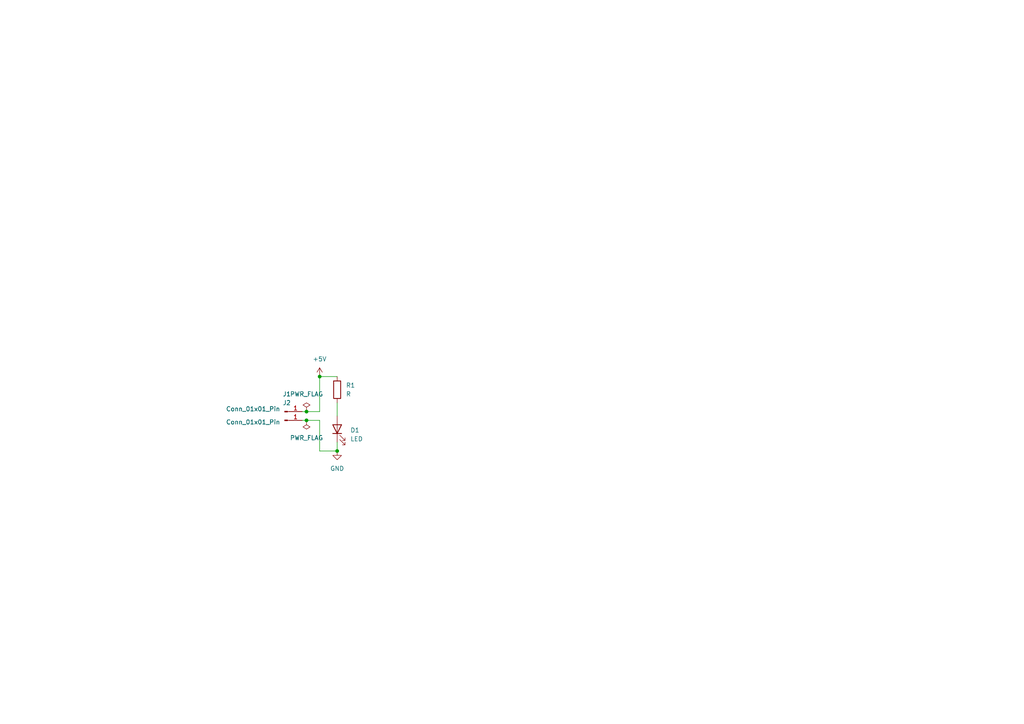
<source format=kicad_sch>
(kicad_sch (version 20250114) (generator "eeschema") (generator_version "9.0")
  (paper "A4")
  (lib_symbols
    (symbol "Connector:Conn_01x01_Pin" (pin_names (offset 1.016) (hide yes))
      (property "Reference" "J" (at 0 2.54 0))
      (property "Value" "Conn_01x01_Pin" (at 0 -2.54 0))
      (symbol "Conn_01x01_Pin_1_1"
        (rectangle (start 0.8636 0.127) (end 0 -0.127) (stroke (width 0.1524)) (fill (type outline)))
        (polyline (pts (xy 1.27 0) (xy 0.8636 0)) (stroke (width 0.1524)))
        (pin passive line (at 5.08 0 180) (length 3.81) (name "Pin_1") (number "1"))
      )
    )
    (symbol "Device:LED" (pin_numbers (hide yes)) (pin_names (offset 1.016) (hide yes))
      (property "Reference" "D" (at 0 2.54 0))
      (property "Value" "LED" (at 0 -2.54 0))
      (symbol "LED_0_1"
        (polyline (pts (xy -3.048 -0.762) (xy -4.572 -2.286) (xy -3.81 -2.286) (xy -4.572 -2.286) (xy -4.572 -1.524)))
        (polyline (pts (xy -1.778 -0.762) (xy -3.302 -2.286) (xy -2.54 -2.286) (xy -3.302 -2.286) (xy -3.302 -1.524)))
        (polyline (pts (xy -1.27 0) (xy 1.27 0)))
        (polyline (pts (xy -1.27 -1.27) (xy -1.27 1.27)) (stroke (width 0.254)))
        (polyline (pts (xy 1.27 -1.27) (xy 1.27 1.27) (xy -1.27 0) (xy 1.27 -1.27)) (stroke (width 0.254)))
      )
      (symbol "LED_1_1"
        (pin passive line (at -3.81 0 0) (length 2.54) (name "K") (number "1"))
        (pin passive line (at 3.81 0 180) (length 2.54) (name "A") (number "2"))
      )
    )
    (symbol "Device:R" (pin_numbers (hide yes)) (pin_names (offset 0))
      (property "Reference" "R" (at 2.032 0 90))
      (property "Value" "R" (at 0 0 90))
      (symbol "R_0_1"
        (rectangle (start -1.016 -2.54) (end 1.016 2.54) (stroke (width 0.254)))
      )
      (symbol "R_1_1"
        (pin passive line (at 0 3.81 270) (length 1.27) (name "~") (number "1"))
        (pin passive line (at 0 -3.81 90) (length 1.27) (name "~") (number "2"))
      )
    )
    (symbol "power:+5V" (power) (pin_numbers (hide yes)) (pin_names (offset 0) (hide yes))
      (property "Value" "+5V" (at 0 3.556 0))
      (symbol "+5V_0_1"
        (polyline (pts (xy -0.762 1.27) (xy 0 2.54)))
        (polyline (pts (xy 0 2.54) (xy 0.762 1.27)))
        (polyline (pts (xy 0 0) (xy 0 2.54)))
      )
      (symbol "+5V_1_1"
        (pin power_in line (at 0 0 90) (length 0) (name "~") (number "1"))
      )
    )
    (symbol "power:GND" (power) (pin_numbers (hide yes)) (pin_names (offset 0) (hide yes))
      (property "Value" "GND" (at 0 -3.81 0))
      (symbol "GND_0_1"
        (polyline (pts (xy 0 0) (xy 0 -1.27) (xy 1.27 -1.27) (xy 0 -2.54) (xy -1.27 -1.27) (xy 0 -1.27)))
      )
      (symbol "GND_1_1"
        (pin power_in line (at 0 0 270) (length 0) (name "~") (number "1"))
      )
    )
    (symbol "power:PWR_FLAG" (power) (pin_numbers (hide yes)) (pin_names (offset 0) (hide yes))
      (property "Value" "PWR_FLAG" (at 0 3.81 0))
      (symbol "PWR_FLAG_0_0"
        (pin power_out line (at 0 0 90) (length 0) (name "~") (number "1"))
      )
      (symbol "PWR_FLAG_0_1"
        (polyline (pts (xy 0 0) (xy 0 1.27) (xy -1.016 1.905) (xy 0 2.54) (xy 1.016 1.905) (xy 0 1.27)))
      )
    )
  )
  (junction (at 97.79 130.81))
  (junction (at 88.9 121.92))
  (junction (at 92.71 109.22))
  (junction (at 88.9 119.38))
  (wire (pts (xy 92.71 121.92) (xy 92.71 130.81)))
  (wire (pts (xy 88.9 119.38) (xy 92.71 119.38)))
  (wire (pts (xy 92.71 109.22) (xy 97.79 109.22)))
  (wire (pts (xy 87.63 121.92) (xy 88.9 121.92)))
  (wire (pts (xy 97.79 128.27) (xy 97.79 130.81)))
  (wire (pts (xy 88.9 121.92) (xy 92.71 121.92)))
  (wire (pts (xy 97.79 116.84) (xy 97.79 120.65)))
  (wire (pts (xy 92.71 130.81) (xy 97.79 130.81)))
  (wire (pts (xy 92.71 119.38) (xy 92.71 109.22)))
  (wire (pts (xy 87.63 119.38) (xy 88.9 119.38)))
  (symbol (lib_id "power:+5V") (at 92.71 109.22 0) (unit 1)
    (property "Reference" "#PWR01" (effects (hide yes)))
    (property "Value" "+5V" (at 92.71 104.14 0))
    (property "Description" "Power symbol creates a global label with name \"+5V\"" (effects (hide yes)))
  )
  (symbol (lib_id "power:GND") (at 97.79 130.81 0) (unit 1)
    (property "Reference" "#PWR02" (effects (hide yes)))
    (property "Value" "GND" (at 97.79 135.89 0))
    (property "Description" "Power symbol creates a global label with name \"GND\" , ground" (effects (hide yes)))
  )
  (symbol (lib_id "Connector:Conn_01x01_Pin") (at 82.55 119.38 0) (unit 1)
    (property "Reference" "J1" (at 83.185 114.3 0))
    (property "Value" "Conn_01x01_Pin" (at 73.406 118.618 0))
    (property "Footprint" "Connector_Pin:Pin_D1.0mm_L10.0mm" (effects (hide yes)))
    (property "Description" "Generic connector, single row, 01x01, script generated" (effects (hide yes)))
  )
  (symbol (lib_id "Device:R") (at 97.79 113.03 0) (unit 1)
    (property "Reference" "R1" (at 100.33 111.7599 0) (effects (justify left)))
    (property "Value" "R" (at 100.33 114.2999 0) (effects (justify left)))
    (property "Footprint" "Resistor_THT:R_Axial_DIN0207_L6.3mm_D2.5mm_P7.62mm_Horizontal" (effects (hide yes)))
    (property "Description" "Resistor" (effects (hide yes)))
  )
  (symbol (lib_id "Connector:Conn_01x01_Pin") (at 82.55 121.92 0) (unit 1)
    (property "Reference" "J2" (at 83.185 116.84 0))
    (property "Value" "Conn_01x01_Pin" (at 73.406 122.428 0))
    (property "Footprint" "Connector_Pin:Pin_D1.0mm_L10.0mm" (effects (hide yes)))
    (property "Description" "Generic connector, single row, 01x01, script generated" (effects (hide yes)))
  )
  (symbol (lib_id "power:PWR_FLAG") (at 88.9 119.38 0) (unit 1)
    (property "Reference" "#FLG01" (effects (hide yes)))
    (property "Value" "PWR_FLAG" (at 88.9 114.3 0))
    (property "Description" "Special symbol for telling ERC where power comes from" (effects (hide yes)))
  )
  (symbol (lib_id "Device:LED") (at 97.79 124.46 90) (unit 1)
    (property "Reference" "D1" (at 101.6 124.7774 90) (effects (justify right)))
    (property "Value" "LED" (at 101.6 127.3174 90) (effects (justify right)))
    (property "Footprint" "LED_THT:LED_D1.8mm_W1.8mm_H2.4mm_Horizontal_O6.35mm_Z1.6mm" (effects (hide yes)))
    (property "Description" "Light emitting diode" (effects (hide yes)))
    (property "Sim.Pins" "1=K 2=A" (effects (hide yes)))
  )
  (symbol (lib_id "power:PWR_FLAG") (at 88.9 121.92 180) (unit 1)
    (property "Reference" "#FLG02" (effects (hide yes)))
    (property "Value" "PWR_FLAG" (at 88.9 127 0))
    (property "Description" "Special symbol for telling ERC where power comes from" (effects (hide yes)))
  )
)
</source>
